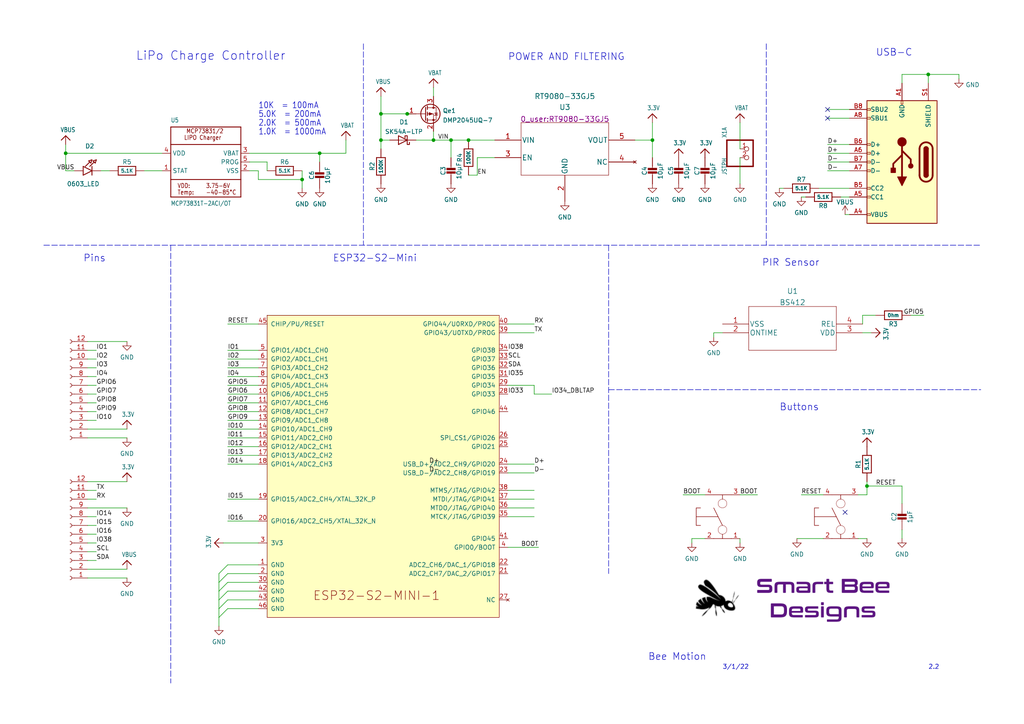
<source format=kicad_sch>
(kicad_sch (version 20211123) (generator eeschema)
  (paper "A4")
  (lib_symbols
    (symbol "0_user:0603_LED" (pin_names (offset 0) hide)
      (property "Reference" "D" (at 1.27 -8.89 0))
      (property "Value" "0603_LED" (at 1.27 0 0))
      (symbol "0603_LED_1_0"
        (polyline (pts (xy 0 -6.35) (xy 2.54 -5.08)) (stroke (width 0.254)))
        (polyline (pts (xy 0 -3.81) (xy 0 -6.35)) (stroke (width 0.254)))
        (polyline (pts (xy 0.635 -3.81) (xy 1.905 -2.54)) (stroke (width 0.254)))
        (polyline (pts (xy 1.5875 -2.2225) (xy 2.2225 -2.8575)) (stroke (width 0.254)))
        (polyline (pts (xy 1.905 -3.81) (xy 3.175 -2.54)) (stroke (width 0.254)))
        (polyline (pts (xy 2.2225 -2.8575) (xy 2.54 -1.905)) (stroke (width 0.254)))
        (polyline (pts (xy 2.54 -5.08) (xy 0 -3.81)) (stroke (width 0.254)))
        (polyline (pts (xy 2.54 -5.08) (xy 2.54 -6.35)) (stroke (width 0.254)))
        (polyline (pts (xy 2.54 -3.81) (xy 2.54 -5.08)) (stroke (width 0.254)))
        (polyline (pts (xy 2.54 -1.905) (xy 1.5875 -2.2225)) (stroke (width 0.254)))
        (polyline (pts (xy 2.8575 -2.2225) (xy 3.4925 -2.8575)) (stroke (width 0.254)))
        (polyline (pts (xy 3.4925 -2.8575) (xy 3.81 -1.905)) (stroke (width 0.254)))
        (polyline (pts (xy 3.81 -1.905) (xy 2.8575 -2.2225)) (stroke (width 0.254)))
        (pin passive line (at -2.54 -5.08 0) (length 2.54) (name "1") (number "1"))
        (pin passive line (at 5.08 -5.08 180) (length 2.54) (name "2") (number "2"))
      )
    )
    (symbol "0_user:BS412" (pin_names (offset 0.254))
      (property "Reference" "U" (at 20.32 10.16 0))
      (property "Value" "BS412" (at 20.32 7.62 0))
      (symbol "BS412_1_1"
        (polyline (pts (xy 7.62 -7.62) (xy 33.02 -7.62)) (stroke (width 0.127)))
        (polyline (pts (xy 7.62 5.08) (xy 7.62 -7.62)) (stroke (width 0.127)))
        (polyline (pts (xy 33.02 -7.62) (xy 33.02 5.08)) (stroke (width 0.127)))
        (polyline (pts (xy 33.02 5.08) (xy 7.62 5.08)) (stroke (width 0.127)))
        (pin unspecified line (at 0 0 0) (length 7.62) (name "VSS") (number "1"))
        (pin unspecified line (at 0 -2.54 0) (length 7.62) (name "ONTIME") (number "2"))
        (pin unspecified line (at 40.64 -2.54 180) (length 7.62) (name "VDD") (number "3"))
        (pin unspecified line (at 40.64 0 180) (length 7.62) (name "REL") (number "4"))
      )
    )
    (symbol "0_user:RT9080-33GJ5" (pin_names (offset 0.254))
      (property "Reference" "U?" (at 20.32 9.5474 0))
      (property "Value" "RT9080-33GJ5" (at 20.32 6.2684 0))
      (property "Footprint" "User:RT9080-33GJ5" (at 20.32 6.096 0))
      (symbol "RT9080-33GJ5_1_1"
        (polyline (pts (xy 7.62 -10.16) (xy 33.02 -10.16)) (stroke (width 0.127)))
        (polyline (pts (xy 7.62 5.08) (xy 7.62 -10.16)) (stroke (width 0.127)))
        (polyline (pts (xy 33.02 -10.16) (xy 33.02 5.08)) (stroke (width 0.127)))
        (polyline (pts (xy 33.02 5.08) (xy 7.62 5.08)) (stroke (width 0.127)))
        (pin power_in line (at 0 0 0) (length 7.62) (name "VIN") (number "1"))
        (pin power_in line (at 20.32 -17.78 90) (length 7.62) (name "GND") (number "2"))
        (pin input line (at 0 -5.08 0) (length 7.62) (name "EN") (number "3"))
        (pin no_connect line (at 40.64 -6.35 180) (length 7.62) (name "NC") (number "4"))
        (pin output line (at 40.64 0 180) (length 7.62) (name "VOUT") (number "5"))
      )
    )
    (symbol "0_user:TSA343g00-250DZ" (pin_names (offset 1.016) hide)
      (property "Reference" "SW" (at 0.635 5.715 0))
      (property "Value" "TSA343g00-250DZ" (at 0 -12.7 0))
      (symbol "TSA343g00-250DZ_0_1"
        (circle (center 0 -7.62) (radius 1.27) (stroke (width 0.075)))
        (polyline (pts (xy -2.54 -10.16) (xy 2.54 -10.16)) (stroke (width 0.1524)))
        (polyline (pts (xy -2.54 2.54) (xy 2.54 2.54)) (stroke (width 0.1524)))
        (polyline (pts (xy 0 -10.16) (xy 0 -8.89)) (stroke (width 0.1524)))
        (polyline (pts (xy 0 -1.27) (xy 2.54 -6.35)) (stroke (width 0.1524)))
        (polyline (pts (xy 0 2.54) (xy 0 1.27)) (stroke (width 0.1524)))
        (polyline (pts (xy 7.62 -3.81) (xy 7.62 -6.35) (xy 6.35 -6.35)) (stroke (width 0.1524)))
        (polyline (pts (xy 1.27 -3.81) (xy 7.62 -3.81) (xy 7.62 -1.27) (xy 6.35 -1.27)) (stroke (width 0.1524)))
        (circle (center 0 0) (radius 1.27) (stroke (width 0.075)))
        (pin passive line (at -5.08 2.54 0) (length 2.54) (name "1") (number "1"))
        (pin passive line (at 5.08 2.54 180) (length 2.54) (name "2") (number "2"))
        (pin passive line (at -5.08 -10.16 0) (length 2.54) (name "K") (number "3"))
        (pin passive line (at 5.08 -10.16 180) (length 2.54) (name "A") (number "4"))
      )
    )
    (symbol "Adafruit Feather ESP32-S2-eagle-import:3.3V" (power)
      (property "Value" "3.3V" (at -1.524 1.016 0))
      (symbol "3.3V_1_0"
        (polyline (pts (xy -1.27 -1.27) (xy 0 0)) (stroke (width 0.254)))
        (polyline (pts (xy 0 0) (xy 1.27 -1.27)) (stroke (width 0.254)))
        (pin power_in line (at 0 -2.54 90) (length 2.54) (name "3.3V") (number "1"))
      )
    )
    (symbol "Adafruit Feather ESP32-S2-eagle-import:CAP_CERAMIC0805-NOOUTLINE"
      (property "Reference" "C" (at -2.29 1.25 90))
      (property "Value" "CAP_CERAMIC0805-NOOUTLINE" (at 2.3 1.25 90))
      (symbol "CAP_CERAMIC0805-NOOUTLINE_1_0"
        (rectangle (start -1.27 0.508) (end 1.27 1.016) (fill (type outline)))
        (rectangle (start -1.27 1.524) (end 1.27 2.032) (fill (type outline)))
        (polyline (pts (xy 0 0.762) (xy 0 0)) (stroke (width 0.1524)))
        (polyline (pts (xy 0 2.54) (xy 0 1.778)) (stroke (width 0.1524)))
        (pin passive line (at 0 5.08 270) (length 2.54) (name "1") (number "1"))
        (pin passive line (at 0 -2.54 90) (length 2.54) (name "2") (number "2"))
      )
    )
    (symbol "Adafruit Feather ESP32-S2-eagle-import:CON_JST_PH_2PIN_MT_BATT"
      (property "Reference" "X" (at 0 5.588 90))
      (property "Value" "CON_JST_PH_2PIN_MT_BATT" (at 1.651 5.588 90))
      (symbol "CON_JST_PH_2PIN_MT_BATT_1_0"
        (polyline (pts (xy -6.35 -2.54) (xy 1.27 -2.54)) (stroke (width 0.4064)))
        (polyline (pts (xy -6.35 5.08) (xy -6.35 -2.54)) (stroke (width 0.4064)))
        (polyline (pts (xy 1.27 -2.54) (xy 1.27 5.08)) (stroke (width 0.4064)))
        (polyline (pts (xy 1.27 5.08) (xy -6.35 5.08)) (stroke (width 0.4064)))
        (pin passive inverted (at -2.54 2.54 0) (length 2.54) (name "1") (number "1"))
        (pin passive inverted (at -2.54 0 0) (length 2.54) (name "2") (number "2"))
      )
      (symbol "CON_JST_PH_2PIN_MT_BATT_2_0"
        (circle (center 0 3.81) (radius 1.27) (stroke (width 0.254)))
        (pin bidirectional line (at 0 0 90) (length 2.54) (name "P$1") (number "NC2"))
      )
      (symbol "CON_JST_PH_2PIN_MT_BATT_3_0"
        (circle (center 0 3.81) (radius 1.27) (stroke (width 0.254)))
        (pin bidirectional line (at 0 0 90) (length 2.54) (name "P$1") (number "NC1"))
      )
    )
    (symbol "Adafruit Feather ESP32-S2-eagle-import:MCP73831{slash}2"
      (property "Reference" "U" (at -10.16 11.43 0))
      (property "Value" "MCP73831{slash}2" (at -10.16 -12.7 0))
      (symbol "MCP73831{slash}2_1_0"
        (polyline (pts (xy -10.16 -5.08) (xy -10.16 -10.16)) (stroke (width 0.254)))
        (polyline (pts (xy -10.16 -5.08) (xy -10.16 5.08)) (stroke (width 0.254)))
        (polyline (pts (xy -10.16 5.08) (xy 10.16 5.08)) (stroke (width 0.254)))
        (polyline (pts (xy -10.16 10.16) (xy -10.16 5.08)) (stroke (width 0.254)))
        (polyline (pts (xy -10.16 10.16) (xy 10.16 10.16)) (stroke (width 0.254)))
        (polyline (pts (xy 10.16 -10.16) (xy -10.16 -10.16)) (stroke (width 0.254)))
        (polyline (pts (xy 10.16 -5.08) (xy -10.16 -5.08)) (stroke (width 0.254)))
        (polyline (pts (xy 10.16 -5.08) (xy 10.16 -10.16)) (stroke (width 0.254)))
        (polyline (pts (xy 10.16 5.08) (xy 10.16 -5.08)) (stroke (width 0.254)))
        (polyline (pts (xy 10.16 10.16) (xy 10.16 5.08)) (stroke (width 0.254)))
        (text "-40-85°C" (at 0 -9.525 0) (effects (font (size 1.27 1.0795)) (justify left bottom)))
        (text "3.75-6V" (at 0 -7.62 0) (effects (font (size 1.27 1.0795)) (justify left bottom)))
        (text "LIPO Charger" (at -6.35 6.35 0) (effects (font (size 1.27 1.0795)) (justify left bottom)))
        (text "MCP73831/2" (at -5.715 8.255 0) (effects (font (size 1.27 1.0795)) (justify left bottom)))
        (text "Temp:" (at -8.255 -9.525 0) (effects (font (size 1.27 1.0795)) (justify left bottom)))
        (text "VDD:" (at -8.255 -7.62 0) (effects (font (size 1.27 1.0795)) (justify left bottom)))
        (pin output line (at -12.7 -2.54 0) (length 2.54) (name "STAT") (number "1"))
        (pin power_in line (at 12.7 -2.54 180) (length 2.54) (name "VSS") (number "2"))
        (pin power_in line (at 12.7 2.54 180) (length 2.54) (name "VBAT") (number "3"))
        (pin power_in line (at -12.7 2.54 0) (length 2.54) (name "VDD") (number "4"))
        (pin input line (at 12.7 0 180) (length 2.54) (name "PROG") (number "5"))
      )
    )
    (symbol "Adafruit Feather ESP32-S2-eagle-import:RESISTOR_0603_NOOUT"
      (property "Reference" "R" (at 0 2.54 0))
      (property "Value" "RESISTOR_0603_NOOUT" (at 0 0 0))
      (symbol "RESISTOR_0603_NOOUT_1_0"
        (polyline (pts (xy -2.54 -1.27) (xy -2.54 1.27)) (stroke (width 0.254)))
        (polyline (pts (xy -2.54 1.27) (xy 2.54 1.27)) (stroke (width 0.254)))
        (polyline (pts (xy 2.54 -1.27) (xy -2.54 -1.27)) (stroke (width 0.254)))
        (polyline (pts (xy 2.54 1.27) (xy 2.54 -1.27)) (stroke (width 0.254)))
        (pin passive line (at -5.08 0 0) (length 2.54) (name "1") (number "1"))
        (pin passive line (at 5.08 0 180) (length 2.54) (name "2") (number "2"))
      )
    )
    (symbol "Adafruit Feather ESP32-S2-eagle-import:VBAT" (power)
      (property "Value" "VBAT" (at -1.524 1.016 0))
      (symbol "VBAT_1_0"
        (polyline (pts (xy -1.27 -1.27) (xy 0 0)) (stroke (width 0.254)))
        (polyline (pts (xy 0 0) (xy 1.27 -1.27)) (stroke (width 0.254)))
        (pin power_in line (at 0 -2.54 90) (length 2.54) (name "VBAT") (number "1"))
      )
    )
    (symbol "Adafruit Feather ESP32-S2-eagle-import:VBUS" (power)
      (property "Value" "VBUS" (at -1.524 1.016 0))
      (symbol "VBUS_1_0"
        (polyline (pts (xy -1.27 -1.27) (xy 0 0)) (stroke (width 0.254)))
        (polyline (pts (xy 0 0) (xy 1.27 -1.27)) (stroke (width 0.254)))
        (pin power_in line (at 0 -2.54 90) (length 2.54) (name "VBUS") (number "1"))
      )
    )
    (symbol "Connector:Conn_01x12_Female" (pin_names (offset 1.016) hide)
      (property "Reference" "J" (at 0 15.24 0))
      (property "Value" "Conn_01x12_Female" (at 0 -17.78 0))
      (symbol "Conn_01x12_Female_1_1"
        (arc (start 0 -14.732) (mid -0.508 -15.24) (end 0 -15.748) (stroke (width 0.1524)))
        (arc (start 0 -12.192) (mid -0.508 -12.7) (end 0 -13.208) (stroke (width 0.1524)))
        (arc (start 0 -9.652) (mid -0.508 -10.16) (end 0 -10.668) (stroke (width 0.1524)))
        (arc (start 0 -7.112) (mid -0.508 -7.62) (end 0 -8.128) (stroke (width 0.1524)))
        (arc (start 0 -4.572) (mid -0.508 -5.08) (end 0 -5.588) (stroke (width 0.1524)))
        (arc (start 0 -2.032) (mid -0.508 -2.54) (end 0 -3.048) (stroke (width 0.1524)))
        (polyline (pts (xy -1.27 -15.24) (xy -0.508 -15.24)) (stroke (width 0.1524)))
        (polyline (pts (xy -1.27 -12.7) (xy -0.508 -12.7)) (stroke (width 0.1524)))
        (polyline (pts (xy -1.27 -10.16) (xy -0.508 -10.16)) (stroke (width 0.1524)))
        (polyline (pts (xy -1.27 -7.62) (xy -0.508 -7.62)) (stroke (width 0.1524)))
        (polyline (pts (xy -1.27 -5.08) (xy -0.508 -5.08)) (stroke (width 0.1524)))
        (polyline (pts (xy -1.27 -2.54) (xy -0.508 -2.54)) (stroke (width 0.1524)))
        (polyline (pts (xy -1.27 0) (xy -0.508 0)) (stroke (width 0.1524)))
        (polyline (pts (xy -1.27 2.54) (xy -0.508 2.54)) (stroke (width 0.1524)))
        (polyline (pts (xy -1.27 5.08) (xy -0.508 5.08)) (stroke (width 0.1524)))
        (polyline (pts (xy -1.27 7.62) (xy -0.508 7.62)) (stroke (width 0.1524)))
        (polyline (pts (xy -1.27 10.16) (xy -0.508 10.16)) (stroke (width 0.1524)))
        (polyline (pts (xy -1.27 12.7) (xy -0.508 12.7)) (stroke (width 0.1524)))
        (arc (start 0 0.508) (mid -0.508 0) (end 0 -0.508) (stroke (width 0.1524)))
        (arc (start 0 3.048) (mid -0.508 2.54) (end 0 2.032) (stroke (width 0.1524)))
        (arc (start 0 5.588) (mid -0.508 5.08) (end 0 4.572) (stroke (width 0.1524)))
        (arc (start 0 8.128) (mid -0.508 7.62) (end 0 7.112) (stroke (width 0.1524)))
        (arc (start 0 10.668) (mid -0.508 10.16) (end 0 9.652) (stroke (width 0.1524)))
        (arc (start 0 13.208) (mid -0.508 12.7) (end 0 12.192) (stroke (width 0.1524)))
        (pin passive line (at -5.08 12.7 0) (length 3.81) (name "Pin_1") (number "1"))
        (pin passive line (at -5.08 -10.16 0) (length 3.81) (name "Pin_10") (number "10"))
        (pin passive line (at -5.08 -12.7 0) (length 3.81) (name "Pin_11") (number "11"))
        (pin passive line (at -5.08 -15.24 0) (length 3.81) (name "Pin_12") (number "12"))
        (pin passive line (at -5.08 10.16 0) (length 3.81) (name "Pin_2") (number "2"))
        (pin passive line (at -5.08 7.62 0) (length 3.81) (name "Pin_3") (number "3"))
        (pin passive line (at -5.08 5.08 0) (length 3.81) (name "Pin_4") (number "4"))
        (pin passive line (at -5.08 2.54 0) (length 3.81) (name "Pin_5") (number "5"))
        (pin passive line (at -5.08 0 0) (length 3.81) (name "Pin_6") (number "6"))
        (pin passive line (at -5.08 -2.54 0) (length 3.81) (name "Pin_7") (number "7"))
        (pin passive line (at -5.08 -5.08 0) (length 3.81) (name "Pin_8") (number "8"))
        (pin passive line (at -5.08 -7.62 0) (length 3.81) (name "Pin_9") (number "9"))
      )
    )
    (symbol "Connector:USB_C_Receptacle_USB2.0" (pin_names (offset 1.016))
      (property "Reference" "J" (at -10.16 19.05 0))
      (property "Value" "USB_C_Receptacle_USB2.0" (at 19.05 19.05 0))
      (symbol "USB_C_Receptacle_USB2.0_0_0"
        (rectangle (start -0.254 -17.78) (end 0.254 -16.764))
        (rectangle (start 10.16 -14.986) (end 9.144 -15.494))
        (rectangle (start 10.16 -12.446) (end 9.144 -12.954))
        (rectangle (start 10.16 -4.826) (end 9.144 -5.334))
        (rectangle (start 10.16 -2.286) (end 9.144 -2.794))
        (rectangle (start 10.16 0.254) (end 9.144 -0.254))
        (rectangle (start 10.16 2.794) (end 9.144 2.286))
        (rectangle (start 10.16 7.874) (end 9.144 7.366))
        (rectangle (start 10.16 10.414) (end 9.144 9.906))
        (rectangle (start 10.16 15.494) (end 9.144 14.986))
      )
      (symbol "USB_C_Receptacle_USB2.0_0_1"
        (rectangle (start -10.16 17.78) (end 10.16 -17.78) (stroke (width 0.254)) (fill (type background)))
        (arc (start -8.89 -3.81) (mid -6.985 -5.715) (end -5.08 -3.81) (stroke (width 0.508)))
        (arc (start -7.62 -3.81) (mid -6.985 -4.445) (end -6.35 -3.81) (stroke (width 0.254)))
        (arc (start -7.62 -3.81) (mid -6.985 -4.445) (end -6.35 -3.81) (stroke (width 0.254)) (fill (type outline)))
        (rectangle (start -7.62 -3.81) (end -6.35 3.81) (stroke (width 0.254)) (fill (type outline)))
        (arc (start -6.35 3.81) (mid -6.985 4.445) (end -7.62 3.81) (stroke (width 0.254)))
        (arc (start -6.35 3.81) (mid -6.985 4.445) (end -7.62 3.81) (stroke (width 0.254)) (fill (type outline)))
        (arc (start -5.08 3.81) (mid -6.985 5.715) (end -8.89 3.81) (stroke (width 0.508)))
        (circle (center -2.54 1.143) (radius 0.635) (stroke (width 0.254)) (fill (type outline)))
        (circle (center 0 -5.842) (radius 1.27) (fill (type outline)))
        (polyline (pts (xy -8.89 -3.81) (xy -8.89 3.81)) (stroke (width 0.508)))
        (polyline (pts (xy -5.08 3.81) (xy -5.08 -3.81)) (stroke (width 0.508)))
        (polyline (pts (xy 0 -5.842) (xy 0 4.318)) (stroke (width 0.508)))
        (polyline (pts (xy 0 -3.302) (xy -2.54 -0.762) (xy -2.54 0.508)) (stroke (width 0.508)))
        (polyline (pts (xy 0 -2.032) (xy 2.54 0.508) (xy 2.54 1.778)) (stroke (width 0.508)))
        (polyline (pts (xy -1.27 4.318) (xy 0 6.858) (xy 1.27 4.318) (xy -1.27 4.318)) (stroke (width 0.254)) (fill (type outline)))
        (rectangle (start 1.905 1.778) (end 3.175 3.048) (stroke (width 0.254)) (fill (type outline)))
      )
      (symbol "USB_C_Receptacle_USB2.0_1_1"
        (pin passive line (at 0 -22.86 90) (length 5.08) (name "GND") (number "A1"))
        (pin passive line (at 0 -22.86 90) (length 5.08) hide (name "GND") (number "A12"))
        (pin passive line (at 15.24 15.24 180) (length 5.08) (name "VBUS") (number "A4"))
        (pin bidirectional line (at 15.24 10.16 180) (length 5.08) (name "CC1") (number "A5"))
        (pin bidirectional line (at 15.24 -2.54 180) (length 5.08) (name "D+") (number "A6"))
        (pin bidirectional line (at 15.24 2.54 180) (length 5.08) (name "D-") (number "A7"))
        (pin bidirectional line (at 15.24 -12.7 180) (length 5.08) (name "SBU1") (number "A8"))
        (pin passive line (at 15.24 15.24 180) (length 5.08) hide (name "VBUS") (number "A9"))
        (pin passive line (at 0 -22.86 90) (length 5.08) hide (name "GND") (number "B1"))
        (pin passive line (at 0 -22.86 90) (length 5.08) hide (name "GND") (number "B12"))
        (pin passive line (at 15.24 15.24 180) (length 5.08) hide (name "VBUS") (number "B4"))
        (pin bidirectional line (at 15.24 7.62 180) (length 5.08) (name "CC2") (number "B5"))
        (pin bidirectional line (at 15.24 -5.08 180) (length 5.08) (name "D+") (number "B6"))
        (pin bidirectional line (at 15.24 0 180) (length 5.08) (name "D-") (number "B7"))
        (pin bidirectional line (at 15.24 -15.24 180) (length 5.08) (name "SBU2") (number "B8"))
        (pin passive line (at 15.24 15.24 180) (length 5.08) hide (name "VBUS") (number "B9"))
        (pin passive line (at -7.62 -22.86 90) (length 5.08) (name "SHIELD") (number "S1"))
      )
    )
    (symbol "Device:D_Schottky" (pin_numbers hide) (pin_names (offset 1.016) hide)
      (property "Reference" "D" (at 0 2.54 0))
      (property "Value" "D_Schottky" (at 0 -2.54 0))
      (symbol "D_Schottky_0_1"
        (polyline (pts (xy 1.27 0) (xy -1.27 0)))
        (polyline (pts (xy 1.27 1.27) (xy 1.27 -1.27) (xy -1.27 0) (xy 1.27 1.27)) (stroke (width 0.254)))
        (polyline (pts (xy -1.905 0.635) (xy -1.905 1.27) (xy -1.27 1.27) (xy -1.27 -1.27) (xy -0.635 -1.27) (xy -0.635 -0.635)) (stroke (width 0.254)))
      )
      (symbol "D_Schottky_1_1"
        (pin passive line (at -3.81 0 0) (length 2.54) (name "K") (number "1"))
        (pin passive line (at 3.81 0 180) (length 2.54) (name "A") (number "2"))
      )
    )
    (symbol "Espressif:ESP32-S2-MINI-1" (pin_names (offset 1.016))
      (property "Reference" "U" (at 0 46.99 0))
      (property "Value" "ESP32-S2-MINI-1" (at 0 -43.18 0))
      (symbol "ESP32-S2-MINI-1_0_0"
        (pin power_in line (at -35.56 -36.83 0) (length 2.54) (name "GND") (number "43"))
        (pin input line (at 36.83 17.78 180) (length 2.54) (name "GPIO46") (number "44"))
        (pin bidirectional line (at -35.56 43.18 0) (length 2.54) (name "CHIP/PU/RESET") (number "45"))
        (pin power_in line (at -35.56 -39.37 0) (length 2.54) (name "GND") (number "46"))
      )
      (symbol "ESP32-S2-MINI-1_1_1"
        (rectangle (start -33.02 -41.91) (end 34.29 45.72) (fill (type background)))
        (text "ESP32-S2-MINI-1" (at -1.27 -35.56 0) (effects (font (size 2.54 2.54))))
        (pin power_in line (at -35.56 -26.67 0) (length 2.54) (name "GND") (number "1"))
        (pin bidirectional line (at -35.56 22.86 0) (length 2.54) (name "GPIO6/ADC1_CH5") (number "10"))
        (pin bidirectional line (at -35.56 20.32 0) (length 2.54) (name "GPIO7/ADC1_CH6") (number "11"))
        (pin bidirectional line (at -35.56 17.78 0) (length 2.54) (name "GPIO8/ADC1_CH7") (number "12"))
        (pin bidirectional line (at -35.56 15.24 0) (length 2.54) (name "GPIO9/ADC1_CH8") (number "13"))
        (pin bidirectional line (at -35.56 12.7 0) (length 2.54) (name "GPIO10/ADC1_CH9") (number "14"))
        (pin bidirectional line (at -35.56 10.16 0) (length 2.54) (name "GPIO11/ADC2_CH0") (number "15"))
        (pin bidirectional line (at -35.56 7.62 0) (length 2.54) (name "GPIO12/ADC2_CH1") (number "16"))
        (pin bidirectional line (at -35.56 5.08 0) (length 2.54) (name "GPIO13/ADC2_CH2") (number "17"))
        (pin bidirectional line (at -35.56 2.54 0) (length 2.54) (name "GPIO14/ADC2_CH3") (number "18"))
        (pin bidirectional line (at -35.56 -7.62 0) (length 2.54) (name "GPIO15/ADC2_CH4/XTAL_32K_P") (number "19"))
        (pin power_in line (at -35.56 -29.21 0) (length 2.54) (name "GND") (number "2"))
        (pin bidirectional line (at -35.56 -13.97 0) (length 2.54) (name "GPIO16/ADC2_CH5/XTAL_32K_N") (number "20"))
        (pin bidirectional line (at 36.83 -29.21 180) (length 2.54) (name "ADC2_CH7/DAC_2/GPIO17") (number "21"))
        (pin bidirectional line (at 36.83 -26.67 180) (length 2.54) (name "ADC2_CH6/DAC_1/GPIO18") (number "22"))
        (pin bidirectional line (at 36.83 0 180) (length 2.54) (name "USB_D-/ADC2_CH8/GPIO19") (number "23"))
        (pin bidirectional line (at 36.83 2.54 180) (length 2.54) (name "USB_D+/ADC2_CH9/GPIO20") (number "24"))
        (pin bidirectional line (at 36.83 7.62 180) (length 2.54) (name "GPIO21") (number "25"))
        (pin bidirectional line (at 36.83 10.16 180) (length 2.54) (name "SPI_CS1/GPIO26") (number "26"))
        (pin no_connect line (at 36.83 -36.83 180) (length 2.54) (name "NC") (number "27"))
        (pin bidirectional line (at 36.83 22.86 180) (length 2.54) (name "GPIO33") (number "28"))
        (pin bidirectional line (at 36.83 25.4 180) (length 2.54) (name "GPIO34") (number "29"))
        (pin power_in line (at -35.56 -20.32 0) (length 2.54) (name "3V3") (number "3"))
        (pin power_in line (at -35.56 -31.75 0) (length 2.54) (name "GND") (number "30"))
        (pin bidirectional line (at 36.83 27.94 180) (length 2.54) (name "GPIO35") (number "31"))
        (pin bidirectional line (at 36.83 30.48 180) (length 2.54) (name "GPIO36") (number "32"))
        (pin bidirectional line (at 36.83 33.02 180) (length 2.54) (name "GPIO37") (number "33"))
        (pin bidirectional line (at 36.83 35.56 180) (length 2.54) (name "GPIO38") (number "34"))
        (pin bidirectional line (at 36.83 -12.7 180) (length 2.54) (name "MTCK/JTAG/GPIO39") (number "35"))
        (pin bidirectional line (at 36.83 -10.16 180) (length 2.54) (name "MTDO/JTAG/GPIO40") (number "36"))
        (pin bidirectional line (at 36.83 -7.62 180) (length 2.54) (name "MTDI/JTAG/GPIO41") (number "37"))
        (pin bidirectional line (at 36.83 -5.08 180) (length 2.54) (name "MTMS/JTAG/GPIO42") (number "38"))
        (pin bidirectional line (at 36.83 40.64 180) (length 2.54) (name "GPIO43/U0TXD/PROG") (number "39"))
        (pin bidirectional line (at 36.83 -21.59 180) (length 2.54) (name "GPIO0/BOOT") (number "4"))
        (pin bidirectional line (at 36.83 43.18 180) (length 2.54) (name "GPIO44/U0RXD/PROG") (number "40"))
        (pin bidirectional line (at 36.83 -19.05 180) (length 2.54) (name "GPIO45") (number "41"))
        (pin power_in line (at -35.56 -34.29 0) (length 2.54) (name "GND") (number "42"))
        (pin bidirectional line (at -35.56 35.56 0) (length 2.54) (name "GPIO1/ADC1_CH0") (number "5"))
        (pin bidirectional line (at -35.56 33.02 0) (length 2.54) (name "GPIO2/ADC1_CH1") (number "6"))
        (pin bidirectional line (at -35.56 30.48 0) (length 2.54) (name "GPIO3/ADC1_CH2") (number "7"))
        (pin bidirectional line (at -35.56 27.94 0) (length 2.54) (name "GPIO4/ADC1_CH3") (number "8"))
        (pin bidirectional line (at -35.56 25.4 0) (length 2.54) (name "GPIO5/ADC1_CH4") (number "9"))
      )
    )
    (symbol "Transistor_FET:BSS83P" (pin_names hide)
      (property "Reference" "Q" (at 5.08 1.905 0))
      (property "Value" "BSS83P" (at 5.08 0 0))
      (symbol "BSS83P_0_1"
        (polyline (pts (xy 0.254 0) (xy -2.54 0)))
        (polyline (pts (xy 0.254 1.905) (xy 0.254 -1.905)) (stroke (width 0.254)))
        (polyline (pts (xy 0.762 -1.27) (xy 0.762 -2.286)) (stroke (width 0.254)))
        (polyline (pts (xy 0.762 0.508) (xy 0.762 -0.508)) (stroke (width 0.254)))
        (polyline (pts (xy 0.762 2.286) (xy 0.762 1.27)) (stroke (width 0.254)))
        (polyline (pts (xy 2.54 2.54) (xy 2.54 1.778)))
        (polyline (pts (xy 2.54 -2.54) (xy 2.54 0) (xy 0.762 0)))
        (polyline (pts (xy 0.762 1.778) (xy 3.302 1.778) (xy 3.302 -1.778) (xy 0.762 -1.778)))
        (polyline (pts (xy 2.286 0) (xy 1.27 0.381) (xy 1.27 -0.381) (xy 2.286 0)) (fill (type outline)))
        (polyline (pts (xy 2.794 -0.508) (xy 2.921 -0.381) (xy 3.683 -0.381) (xy 3.81 -0.254)))
        (polyline (pts (xy 3.302 -0.381) (xy 2.921 0.254) (xy 3.683 0.254) (xy 3.302 -0.381)))
        (circle (center 1.651 0) (radius 2.794) (stroke (width 0.254)))
        (circle (center 2.54 -1.778) (radius 0.254) (fill (type outline)))
        (circle (center 2.54 1.778) (radius 0.254) (fill (type outline)))
      )
      (symbol "BSS83P_1_1"
        (pin input line (at -5.08 0 0) (length 2.54) (name "G") (number "1"))
        (pin passive line (at 2.54 -5.08 90) (length 2.54) (name "S") (number "2"))
        (pin passive line (at 2.54 5.08 270) (length 2.54) (name "D") (number "3"))
      )
    )
    (symbol "power:GND" (power) (pin_names (offset 0))
      (property "Value" "GND" (at 0 -3.81 0))
      (symbol "GND_0_1"
        (polyline (pts (xy 0 0) (xy 0 -1.27) (xy 1.27 -1.27) (xy 0 -2.54) (xy -1.27 -1.27) (xy 0 -1.27)))
      )
      (symbol "GND_1_1"
        (pin power_in line (at 0 0 270) (length 0) hide (name "GND") (number "1"))
      )
    )
    (symbol "power:VBUS" (power) (pin_names (offset 0))
      (property "Value" "VBUS" (at 0 3.81 0))
      (symbol "VBUS_0_1"
        (polyline (pts (xy -0.762 1.27) (xy 0 2.54)))
        (polyline (pts (xy 0 0) (xy 0 2.54)))
        (polyline (pts (xy 0 2.54) (xy 0.762 1.27)))
      )
      (symbol "VBUS_1_1"
        (pin power_in line (at 0 0 90) (length 0) hide (name "VBUS") (number "1"))
      )
    )
  )
  (junction (at 110.49 33.02))
  (junction (at 118.11 33.02))
  (junction (at 19.05 44.45))
  (junction (at 130.81 40.64))
  (junction (at 125.73 40.64))
  (junction (at 189.23 40.64))
  (junction (at 110.49 40.64))
  (junction (at 87.63 52.07))
  (junction (at 269.24 21.59))
  (junction (at 92.71 44.45))
  (junction (at 135.89 40.64))
  (junction (at 251.46 140.97))
  (no_connect (at 240.03 34.29))
  (no_connect (at 240.03 31.75))
  (no_connect (at 245.11 148.59))
  (bus_entry (at 63.5 168.91) (size 2.54 -2.54))
  (bus_entry (at 63.5 176.53) (size 2.54 -2.54))
  (bus_entry (at 63.5 166.37) (size 2.54 -2.54))
  (bus_entry (at 63.5 173.99) (size 2.54 -2.54))
  (bus_entry (at 63.5 171.45) (size 2.54 -2.54))
  (bus_entry (at 63.5 179.07) (size 2.54 -2.54))
  (wire (pts (xy 135.89 40.64) (xy 143.51 40.64)))
  (wire (pts (xy 110.49 33.02) (xy 118.11 33.02)))
  (wire (pts (xy 147.32 149.86) (xy 154.94 149.86)))
  (wire (pts (xy 19.05 44.45) (xy 46.99 44.45)))
  (wire (pts (xy 66.04 163.83) (xy 74.93 163.83)))
  (wire (pts (xy 25.4 144.78) (xy 27.94 144.78)))
  (wire (pts (xy 147.32 111.76) (xy 154.94 111.76)))
  (wire (pts (xy 66.04 134.62) (xy 74.93 134.62)))
  (wire (pts (xy 110.49 27.94) (xy 110.49 33.02)))
  (wire (pts (xy 214.63 143.51) (xy 219.71 143.51)))
  (wire (pts (xy 66.04 129.54) (xy 74.93 129.54)))
  (wire (pts (xy 66.04 168.91) (xy 74.93 168.91)))
  (wire (pts (xy 246.38 62.23) (xy 245.11 62.23)))
  (wire (pts (xy 25.4 116.84) (xy 27.94 116.84)))
  (wire (pts (xy 147.32 137.16) (xy 154.94 137.16)))
  (wire (pts (xy 246.38 44.45) (xy 240.03 44.45)))
  (wire (pts (xy 233.68 57.15) (xy 232.41 57.15)))
  (wire (pts (xy 248.92 156.21) (xy 251.46 156.21)))
  (wire (pts (xy 227.33 54.61) (xy 226.06 54.61)))
  (wire (pts (xy 269.24 24.13) (xy 269.24 21.59)))
  (wire (pts (xy 66.04 176.53) (xy 74.93 176.53)))
  (wire (pts (xy 184.15 40.64) (xy 189.23 40.64)))
  (wire (pts (xy 66.04 93.98) (xy 74.93 93.98)))
  (wire (pts (xy 246.38 41.91) (xy 240.03 41.91)))
  (wire (pts (xy 87.63 49.53) (xy 87.63 52.07)))
  (wire (pts (xy 125.73 38.1) (xy 125.73 40.64)))
  (wire (pts (xy 214.63 35.56) (xy 214.63 43.18)))
  (wire (pts (xy 21.59 49.53) (xy 19.05 49.53)))
  (wire (pts (xy 147.32 147.32) (xy 154.94 147.32)))
  (wire (pts (xy 147.32 96.52) (xy 154.94 96.52)))
  (wire (pts (xy 29.21 49.53) (xy 31.75 49.53)))
  (wire (pts (xy 25.4 106.68) (xy 27.94 106.68)))
  (wire (pts (xy 66.04 109.22) (xy 74.93 109.22)))
  (wire (pts (xy 66.04 106.68) (xy 74.93 106.68)))
  (wire (pts (xy 66.04 166.37) (xy 74.93 166.37)))
  (wire (pts (xy 147.32 144.78) (xy 154.94 144.78)))
  (wire (pts (xy 19.05 41.91) (xy 19.05 44.45)))
  (wire (pts (xy 261.62 146.05) (xy 261.62 140.97)))
  (wire (pts (xy 189.23 45.72) (xy 189.23 40.64)))
  (wire (pts (xy 251.46 140.97) (xy 261.62 140.97)))
  (wire (pts (xy 66.04 114.3) (xy 74.93 114.3)))
  (wire (pts (xy 130.81 40.64) (xy 135.89 40.64)))
  (wire (pts (xy 147.32 142.24) (xy 154.94 142.24)))
  (wire (pts (xy 113.03 40.64) (xy 110.49 40.64)))
  (wire (pts (xy 130.81 40.64) (xy 130.81 45.72)))
  (wire (pts (xy 261.62 156.21) (xy 261.62 153.67)))
  (wire (pts (xy 252.73 96.52) (xy 250.19 96.52)))
  (wire (pts (xy 66.04 121.92) (xy 74.93 121.92)))
  (polyline (pts (xy 105.41 12.7) (xy 105.41 71.12)))
  (wire (pts (xy 66.04 124.46) (xy 74.93 124.46)))
  (wire (pts (xy 66.04 144.78) (xy 74.93 144.78)))
  (wire (pts (xy 110.49 33.02) (xy 110.49 40.64)))
  (wire (pts (xy 25.4 152.4) (xy 27.94 152.4)))
  (wire (pts (xy 25.4 104.14) (xy 27.94 104.14)))
  (wire (pts (xy 154.94 111.76) (xy 154.94 114.3)))
  (wire (pts (xy 138.43 45.72) (xy 143.51 45.72)))
  (wire (pts (xy 92.71 44.45) (xy 100.33 44.45)))
  (wire (pts (xy 25.4 147.32) (xy 36.83 147.32)))
  (wire (pts (xy 72.39 49.53) (xy 74.93 49.53)))
  (wire (pts (xy 25.4 139.7) (xy 36.83 139.7)))
  (wire (pts (xy 41.91 49.53) (xy 46.99 49.53)))
  (wire (pts (xy 200.66 156.21) (xy 200.66 157.48)))
  (wire (pts (xy 63.5 171.45) (xy 63.5 173.99)))
  (wire (pts (xy 63.5 168.91) (xy 63.5 171.45)))
  (wire (pts (xy 125.73 40.64) (xy 130.81 40.64)))
  (wire (pts (xy 118.11 33.02) (xy 119.38 33.02)))
  (wire (pts (xy 66.04 119.38) (xy 74.93 119.38)))
  (wire (pts (xy 19.05 49.53) (xy 19.05 44.45)))
  (wire (pts (xy 25.4 157.48) (xy 27.94 157.48)))
  (polyline (pts (xy 176.53 113.03) (xy 284.48 113.03)))
  (wire (pts (xy 232.41 143.51) (xy 238.76 143.51)))
  (wire (pts (xy 209.55 96.52) (xy 207.01 96.52)))
  (wire (pts (xy 261.62 24.13) (xy 261.62 21.59)))
  (wire (pts (xy 237.49 54.61) (xy 246.38 54.61)))
  (wire (pts (xy 246.38 49.53) (xy 240.03 49.53)))
  (wire (pts (xy 269.24 21.59) (xy 261.62 21.59)))
  (wire (pts (xy 147.32 158.75) (xy 156.21 158.75)))
  (wire (pts (xy 77.47 46.99) (xy 77.47 49.53)))
  (wire (pts (xy 246.38 34.29) (xy 240.03 34.29)))
  (wire (pts (xy 278.13 21.59) (xy 278.13 22.86)))
  (wire (pts (xy 25.4 99.06) (xy 36.83 99.06)))
  (polyline (pts (xy 12.7 71.12) (xy 284.48 71.12)))
  (wire (pts (xy 66.04 101.6) (xy 74.93 101.6)))
  (wire (pts (xy 72.39 44.45) (xy 92.71 44.45)))
  (wire (pts (xy 25.4 109.22) (xy 27.94 109.22)))
  (wire (pts (xy 63.5 179.07) (xy 63.5 181.61)))
  (wire (pts (xy 72.39 46.99) (xy 77.47 46.99)))
  (wire (pts (xy 125.73 25.4) (xy 125.73 27.94)))
  (polyline (pts (xy 176.53 71.12) (xy 176.53 166.37)))
  (wire (pts (xy 66.04 151.13) (xy 74.93 151.13)))
  (wire (pts (xy 269.24 21.59) (xy 278.13 21.59)))
  (wire (pts (xy 251.46 140.97) (xy 251.46 143.51)))
  (wire (pts (xy 214.63 156.21) (xy 214.63 157.48)))
  (wire (pts (xy 246.38 31.75) (xy 240.03 31.75)))
  (wire (pts (xy 25.4 124.46) (xy 36.83 124.46)))
  (wire (pts (xy 25.4 119.38) (xy 27.94 119.38)))
  (wire (pts (xy 110.49 43.18) (xy 110.49 40.64)))
  (polyline (pts (xy 49.53 71.12) (xy 49.53 198.12)))
  (wire (pts (xy 214.63 53.34) (xy 214.63 45.72)))
  (wire (pts (xy 66.04 127) (xy 74.93 127)))
  (wire (pts (xy 63.5 176.53) (xy 63.5 179.07)))
  (wire (pts (xy 66.04 104.14) (xy 74.93 104.14)))
  (wire (pts (xy 25.4 121.92) (xy 27.94 121.92)))
  (wire (pts (xy 66.04 173.99) (xy 74.93 173.99)))
  (wire (pts (xy 25.4 127) (xy 36.83 127)))
  (wire (pts (xy 25.4 149.86) (xy 27.94 149.86)))
  (wire (pts (xy 66.04 116.84) (xy 74.93 116.84)))
  (wire (pts (xy 92.71 46.99) (xy 92.71 44.45)))
  (wire (pts (xy 251.46 143.51) (xy 248.92 143.51)))
  (wire (pts (xy 231.14 156.21) (xy 238.76 156.21)))
  (wire (pts (xy 120.65 40.64) (xy 125.73 40.64)))
  (wire (pts (xy 189.23 40.64) (xy 189.23 35.56)))
  (wire (pts (xy 64.77 157.48) (xy 74.93 157.48)))
  (wire (pts (xy 74.93 52.07) (xy 87.63 52.07)))
  (wire (pts (xy 138.43 50.8) (xy 138.43 45.72)))
  (wire (pts (xy 100.33 40.64) (xy 100.33 44.45)))
  (wire (pts (xy 147.32 93.98) (xy 154.94 93.98)))
  (wire (pts (xy 250.19 93.98) (xy 250.19 91.44)))
  (wire (pts (xy 63.5 166.37) (xy 63.5 168.91)))
  (wire (pts (xy 25.4 114.3) (xy 27.94 114.3)))
  (polyline (pts (xy 222.25 12.7) (xy 222.25 71.12)))
  (wire (pts (xy 25.4 142.24) (xy 27.94 142.24)))
  (wire (pts (xy 198.12 143.51) (xy 204.47 143.51)))
  (wire (pts (xy 264.16 91.44) (xy 267.97 91.44)))
  (wire (pts (xy 87.63 52.07) (xy 87.63 54.61)))
  (wire (pts (xy 25.4 165.1) (xy 36.83 165.1)))
  (wire (pts (xy 63.5 173.99) (xy 63.5 176.53)))
  (wire (pts (xy 207.01 96.52) (xy 207.01 97.79)))
  (wire (pts (xy 25.4 154.94) (xy 27.94 154.94)))
  (wire (pts (xy 25.4 167.64) (xy 36.83 167.64)))
  (wire (pts (xy 25.4 111.76) (xy 27.94 111.76)))
  (wire (pts (xy 251.46 139.7) (xy 251.46 140.97)))
  (wire (pts (xy 243.84 57.15) (xy 246.38 57.15)))
  (wire (pts (xy 135.89 50.8) (xy 138.43 50.8)))
  (wire (pts (xy 25.4 160.02) (xy 27.94 160.02)))
  (wire (pts (xy 66.04 111.76) (xy 74.93 111.76)))
  (wire (pts (xy 250.19 91.44) (xy 254 91.44)))
  (wire (pts (xy 246.38 46.99) (xy 240.03 46.99)))
  (wire (pts (xy 66.04 171.45) (xy 74.93 171.45)))
  (wire (pts (xy 154.94 114.3) (xy 160.02 114.3)))
  (wire (pts (xy 25.4 101.6) (xy 27.94 101.6)))
  (wire (pts (xy 66.04 132.08) (xy 74.93 132.08)))
  (wire (pts (xy 25.4 162.56) (xy 27.94 162.56)))
  (wire (pts (xy 200.66 156.21) (xy 204.47 156.21)))
  (wire (pts (xy 74.93 49.53) (xy 74.93 52.07)))
  (wire (pts (xy 147.32 134.62) (xy 154.94 134.62)))
  (image (at 231.14 173.99))
  (text "5.0K  = 200mA" (at 74.93 34.29 180) (effects (font (size 1.778 1.5113)) (justify left bottom)))
  (text "10K  = 100mA" (at 74.93 31.75 180) (effects (font (size 1.778 1.5113)) (justify left bottom)))
  (text "ESP32-S2-Mini " (at 96.52 76.2 180) (effects (font (size 2 2)) (justify left bottom)))
  (text "Bee Motion" (at 187.96 191.77 0) (effects (font (size 2 2)) (justify left bottom)))
  (text "2.0K  = 500mA" (at 74.93 36.83 180) (effects (font (size 1.778 1.5113)) (justify left bottom)))
  (text "Buttons" (at 226.06 119.38 180) (effects (font (size 2 2)) (justify left bottom)))
  (text "3/1/22" (at 209.55 194.31 0) (effects (font (size 1.27 1.27)) (justify left bottom)))
  (text "USB-C" (at 254 16.51 180) (effects (font (size 2 2)) (justify left bottom)))
  (text "PIR Sensor" (at 220.98 77.47 180) (effects (font (size 2 2)) (justify left bottom)))
  (text "Pins" (at 24.13 76.2 180) (effects (font (size 2 2)) (justify left bottom)))
  (text "POWER AND FILTERING" (at 147.32 17.78 180) (effects (font (size 2 2)) (justify left bottom)))
  (text "1.0K  = 1000mA" (at 74.93 39.37 180) (effects (font (size 1.778 1.5113)) (justify left bottom)))
  (text "2.2" (at 269.24 194.31 0) (effects (font (size 1.27 1.27)) (justify left bottom)))
  (text "LiPo Charge Controller" (at 39.37 17.78 180) (effects (font (size 2.5 2.5)) (justify left bottom)))
  (label "IO12" (at 66.04 129.54 0))
  (label "GPIO6" (at 66.04 114.3 0))
  (label "TX" (at 27.94 142.24 0))
  (label "D+" (at 154.94 134.62 0))
  (label "IO10" (at 66.04 124.46 0))
  (label "EN" (at 138.43 50.8 0) (effects (font (size 1.2446 1.2446))))
  (label "IO2" (at 66.04 104.14 0))
  (label "IO11" (at 66.04 127 0))
  (label "RESET" (at 66.04 93.98 0))
  (label "GPIO5" (at 267.97 91.44 180))
  (label "BOOT" (at 198.12 143.51 0))
  (label "GPIO7" (at 66.04 116.84 0))
  (label "GPIO8" (at 27.94 116.84 0))
  (label "IO33" (at 147.32 114.3 0))
  (label "IO10" (at 27.94 121.92 0))
  (label "D-" (at 124.46 137.16 0))
  (label "IO4" (at 27.94 109.22 0))
  (label "SCL" (at 147.32 104.14 0))
  (label "IO14" (at 66.04 134.62 0))
  (label "RESET" (at 232.41 143.51 0) (effects (font (size 1.2446 1.2446))))
  (label "IO35" (at 147.32 109.22 0))
  (label "BOOT" (at 219.71 143.51 180))
  (label "GPIO8" (at 66.04 119.38 0))
  (label "GPIO9" (at 27.94 119.38 0))
  (label "IO38" (at 27.94 157.48 0))
  (label "RX" (at 27.94 144.78 0))
  (label "VBUS" (at 21.59 49.53 180))
  (label "IO4" (at 66.04 109.22 0))
  (label "VIN" (at 127 40.64 0) (effects (font (size 1.2446 1.2446))))
  (label "IO16" (at 66.04 151.13 0))
  (label "IO2" (at 27.94 104.14 0))
  (label "IO14" (at 27.94 149.86 0))
  (label "IO1" (at 27.94 101.6 0))
  (label "D+" (at 240.03 44.45 0))
  (label "D+" (at 240.03 41.91 0))
  (label "D-" (at 240.03 46.99 0))
  (label "RESET" (at 254 140.97 0) (effects (font (size 1.2446 1.2446))))
  (label "GPIO6" (at 27.94 111.76 0))
  (label "IO34_DBLTAP" (at 160.02 114.3 0))
  (label "IO3" (at 66.04 106.68 0))
  (label "IO38" (at 147.32 101.6 0))
  (label "D+" (at 124.46 134.62 0))
  (label "TX" (at 154.94 96.52 0))
  (label "GPIO9" (at 66.04 121.92 0))
  (label "D-" (at 154.94 137.16 0))
  (label "D-" (at 240.03 49.53 0))
  (label "GPIO7" (at 27.94 114.3 0))
  (label "IO13" (at 66.04 132.08 0))
  (label "IO15" (at 66.04 144.78 0))
  (label "BOOT" (at 156.21 158.75 180))
  (label "IO3" (at 27.94 106.68 0))
  (label "RX" (at 154.94 93.98 0))
  (label "SDA" (at 27.94 162.56 0))
  (label "IO15" (at 27.94 152.4 0))
  (label "SCL" (at 27.94 160.02 0))
  (label "GPIO5" (at 66.04 111.76 0))
  (label "IO1" (at 66.04 101.6 0))
  (label "IO16" (at 27.94 154.94 0))
  (label "SDA" (at 147.32 106.68 0))
  (symbol (lib_id "Adafruit Feather ESP32-S2-eagle-import:CON_JST_PH_2PIN_MT_BATT") (at 217.17 45.72 0) (unit 1)
    (property "Reference" "X1" (at 210.82 40.005 90) (effects (font (size 1.27 1.0795)) (justify left bottom)))
    (property "Value" "JSTPH" (at 210.82 50.8 90) (effects (font (size 1.27 1.0795)) (justify left bottom)))
    (property "Footprint" "Connector_JST:JST_PH_S2B-PH-SM4-TB_1x02-1MP_P2.00mm_Horizontal" (effects hide))
  )
  (symbol (lib_id "Adafruit Feather ESP32-S2-eagle-import:3.3V") (at 196.85 43.18 0) (unit 1)
    (property "Reference" "#U$0109" (effects hide))
    (property "Value" "3.3V" (at 195.326 42.164 0) (effects (font (size 1.27 1.0795)) (justify left bottom)))
    (property "Footprint" "Adafruit Feather ESP32-S2:" (effects hide))
  )
  (symbol (lib_id "Connector:USB_C_Receptacle_USB2.0") (at 261.62 46.99 180) (unit 1)
    (property "Reference" "J2" (effects hide))
    (property "Value" "USB_C_Receptacle_USB2.0" (effects hide))
    (property "Footprint" "Connector_USB:USB_C_Receptacle_Palconn_UTC16-G" (effects hide))
    (property "Datasheet" "https://www.usb.org/sites/default/files/documents/usb_type-c.zip" (effects hide))
  )
  (symbol (lib_id "Adafruit Feather ESP32-S2-eagle-import:CAP_CERAMIC0805-NOOUTLINE") (at 189.23 50.8 0) (unit 1)
    (property "Reference" "C4" (at 186.94 49.55 90))
    (property "Value" "10µF" (at 191.53 49.55 90))
    (property "Footprint" "Capacitor_SMD:C_0603_1608Metric" (effects hide))
  )
  (symbol (lib_id "Connector:Conn_01x12_Female") (at 20.32 154.94 180) (unit 1)
    (property "Reference" "J3" (effects hide))
    (property "Value" "Conn_01x04_Female" (effects hide))
    (property "Footprint" "Connector_PinHeader_2.54mm:PinHeader_1x12_P2.54mm_Vertical" (effects hide))
  )
  (symbol (lib_id "Espressif:ESP32-S2-MINI-1") (at 110.49 137.16 0) (unit 1)
    (property "Reference" "U2" (effects hide))
    (property "Value" "ESP32-S2-MINI-1" (effects hide))
    (property "Footprint" "Espressif:ESP32-S2-MINI-1" (effects hide))
    (property "Datasheet" "https://www.espressif.com/sites/default/files/documentation/esp32-s2-mini-1_esp32-s2-mini-1u_datasheet_en.pdf" (effects hide))
  )
  (symbol (lib_id "power:GND") (at 163.83 58.42 0) (unit 1)
    (property "Reference" "#PWR0110" (effects hide))
    (property "Value" "GND" (at 163.83 62.9825 0))
  )
  (symbol (lib_id "power:GND") (at 36.83 167.64 0) (unit 1)
    (property "Reference" "#PWR0117" (effects hide))
    (property "Value" "GND" (at 36.83 172.2025 0))
  )
  (symbol (lib_id "Adafruit Feather ESP32-S2-eagle-import:VBAT") (at 100.33 38.1 0) (unit 1)
    (property "Reference" "#U$0106" (effects hide))
    (property "Value" "VBAT" (at 98.806 37.084 0) (effects (font (size 1.27 1.0795)) (justify left bottom)))
    (property "Footprint" "Adafruit Feather ESP32-S2:" (effects hide))
  )
  (symbol (lib_id "Adafruit Feather ESP32-S2-eagle-import:VBUS") (at 19.05 39.37 0) (unit 1)
    (property "Reference" "#U$0111" (effects hide))
    (property "Value" "VBUS" (at 17.526 38.354 0) (effects (font (size 1.27 1.0795)) (justify left bottom)))
    (property "Footprint" "Adafruit Feather ESP32-S2:" (effects hide))
  )
  (symbol (lib_id "power:VBUS") (at 245.11 62.23 0) (unit 1)
    (property "Reference" "#PWR0113" (effects hide))
    (property "Value" "VBUS" (at 245.11 58.6255 0))
  )
  (symbol (lib_id "0_user:0603_LED") (at 24.13 44.45 0) (unit 1)
    (property "Reference" "D2" (at 26.035 42.3885 0))
    (property "Value" "0603_LED" (at 24.13 53.34 0))
    (property "Footprint" "LED_SMD:LED_0603_1608Metric" (effects hide))
  )
  (symbol (lib_id "Connector:Conn_01x12_Female") (at 20.32 114.3 180) (unit 1)
    (property "Reference" "J1" (effects hide))
    (property "Value" "Conn_01x04_Female" (effects hide))
    (property "Footprint" "Connector_PinHeader_2.54mm:PinHeader_1x12_P2.54mm_Vertical" (effects hide))
  )
  (symbol (lib_id "Adafruit Feather ESP32-S2-eagle-import:RESISTOR_0603_NOOUT") (at 232.41 54.61 180) (unit 1)
    (property "Reference" "R7" (at 232.41 52.07 0))
    (property "Value" "5.1K" (at 232.41 54.61 0) (effects (font (size 1.016 1.016) bold)))
    (property "Footprint" "Resistor_SMD:R_0603_1608Metric" (effects hide))
  )
  (symbol (lib_id "0_user:BS412") (at 209.55 93.98 0) (unit 1)
    (property "Reference" "U1" (at 229.87 84.4326 0) (effects (font (size 1.524 1.524))))
    (property "Value" "BS412" (at 229.87 87.7116 0) (effects (font (size 1.524 1.524))))
    (property "Footprint" "User:4666" (effects hide))
  )
  (symbol (lib_id "Adafruit Feather ESP32-S2-eagle-import:RESISTOR_0603_NOOUT") (at 110.49 48.26 90) (unit 1)
    (property "Reference" "R2" (at 107.95 48.26 0))
    (property "Value" "100K" (at 110.49 48.26 0) (effects (font (size 1.016 1.016) bold)))
    (property "Footprint" "Resistor_SMD:R_0603_1608Metric" (effects hide))
  )
  (symbol (lib_id "Adafruit Feather ESP32-S2-eagle-import:RESISTOR_0603_NOOUT") (at 82.55 49.53 0) (unit 1)
    (property "Reference" "R6" (at 82.55 46.99 0))
    (property "Value" "5.1K" (at 82.55 49.53 0) (effects (font (size 1.016 1.016) bold)))
    (property "Footprint" "Resistor_SMD:R_0603_1608Metric" (effects hide))
  )
  (symbol (lib_id "Device:D_Schottky") (at 116.84 40.64 180) (unit 1)
    (property "Reference" "D1" (at 117.1575 35.4035 0))
    (property "Value" "SK54A-LTP" (at 117.1575 38.1786 0))
    (property "Footprint" "Diode_SMD:D_SOD-323" (effects hide))
  )
  (symbol (lib_id "0_user:TSA343g00-250DZ") (at 209.55 153.67 180) (unit 1)
    (property "Reference" "SW2" (effects hide))
    (property "Value" "TSA343g00-250DZ" (effects hide))
    (property "Footprint" "User:TSA343G0 BTN" (effects hide))
  )
  (symbol (lib_id "Adafruit Feather ESP32-S2-eagle-import:3.3V") (at 204.47 43.18 0) (unit 1)
    (property "Reference" "#U$0108" (effects hide))
    (property "Value" "3.3V" (at 202.946 42.164 0) (effects (font (size 1.27 1.0795)) (justify left bottom)))
    (property "Footprint" "Adafruit Feather ESP32-S2:" (effects hide))
  )
  (symbol (lib_id "Adafruit Feather ESP32-S2-eagle-import:VBUS") (at 110.49 25.4 0) (unit 1)
    (property "Reference" "#U$0105" (effects hide))
    (property "Value" "VBUS" (at 108.966 24.384 0) (effects (font (size 1.27 1.0795)) (justify left bottom)))
    (property "Footprint" "Adafruit Feather ESP32-S2:" (effects hide))
  )
  (symbol (lib_id "0_user:TSA343g00-250DZ") (at 243.84 153.67 180) (unit 1)
    (property "Reference" "SW1" (effects hide))
    (property "Value" "TSA343g00-250DZ" (effects hide))
    (property "Footprint" "User:TSA343G0 BTN" (effects hide))
  )
  (symbol (lib_id "Adafruit Feather ESP32-S2-eagle-import:VBAT") (at 125.73 22.86 0) (unit 1)
    (property "Reference" "#U$0112" (effects hide))
    (property "Value" "VBAT" (at 124.206 21.844 0) (effects (font (size 1.27 1.0795)) (justify left bottom)))
    (property "Footprint" "Adafruit Feather ESP32-S2:" (effects hide))
  )
  (symbol (lib_id "Adafruit Feather ESP32-S2-eagle-import:CAP_CERAMIC0805-NOOUTLINE") (at 92.71 52.07 0) (unit 1)
    (property "Reference" "C6" (at 90.42 50.82 90))
    (property "Value" "10µF" (at 95.01 50.82 90))
    (property "Footprint" "Capacitor_SMD:C_0603_1608Metric" (effects hide))
  )
  (symbol (lib_id "Adafruit Feather ESP32-S2-eagle-import:RESISTOR_0603_NOOUT") (at 238.76 57.15 180) (unit 1)
    (property "Reference" "R8" (at 238.76 59.69 0))
    (property "Value" "5.1K" (at 238.76 57.15 0) (effects (font (size 1.016 1.016) bold)))
    (property "Footprint" "Resistor_SMD:R_0603_1608Metric" (effects hide))
  )
  (symbol (lib_id "power:GND") (at 196.85 53.34 0) (unit 1)
    (property "Reference" "#PWR0108" (effects hide))
    (property "Value" "GND" (at 196.85 57.9025 0))
  )
  (symbol (lib_id "Adafruit Feather ESP32-S2-eagle-import:CAP_CERAMIC0805-NOOUTLINE") (at 130.81 50.8 0) (unit 1)
    (property "Reference" "C3" (at 128.52 49.55 90))
    (property "Value" "10µF" (at 133.11 49.55 90))
    (property "Footprint" "Capacitor_SMD:C_0603_1608Metric" (effects hide))
  )
  (symbol (lib_id "Adafruit Feather ESP32-S2-eagle-import:3.3V") (at 36.83 137.16 0) (unit 1)
    (property "Reference" "#U$0104" (effects hide))
    (property "Value" "3.3V" (at 35.306 136.144 0) (effects (font (size 1.27 1.0795)) (justify left bottom)))
    (property "Footprint" "Adafruit Feather ESP32-S2:" (effects hide))
  )
  (symbol (lib_id "power:GND") (at 110.49 53.34 0) (unit 1)
    (property "Reference" "#PWR0103" (effects hide))
    (property "Value" "GND" (at 110.49 57.9025 0))
  )
  (symbol (lib_id "power:GND") (at 278.13 22.86 0) (unit 1)
    (property "Reference" "#PWR?" (effects hide))
    (property "Value" "GND" (at 280.035 24.609 0) (effects (justify left)))
  )
  (symbol (lib_id "power:GND") (at 204.47 53.34 0) (unit 1)
    (property "Reference" "#PWR0106" (effects hide))
    (property "Value" "GND" (at 204.47 57.9025 0))
  )
  (symbol (lib_id "Transistor_FET:BSS83P") (at 123.19 33.02 0) (unit 1)
    (property "Reference" "Qe1" (at 128.397 32.1115 0) (effects (justify left)))
    (property "Value" "DMP2045UQ-7" (at 128.397 34.8866 0) (effects (justify left)))
    (property "Footprint" "Package_TO_SOT_SMD:SOT-23" (effects hide))
    (property "Datasheet" "https://www.digikey.com/en/products/detail/DMP2045UQ-7/31-DMP2045UQ-7CT-ND/10674192?itemSeq=388776835" (effects hide))
  )
  (symbol (lib_id "power:GND") (at 36.83 127 0) (unit 1)
    (property "Reference" "#PWR0101" (effects hide))
    (property "Value" "GND" (at 36.83 131.5625 0))
  )
  (symbol (lib_id "Adafruit Feather ESP32-S2-eagle-import:RESISTOR_0603_NOOUT") (at 135.89 45.72 90) (unit 1)
    (property "Reference" "R4" (at 133.35 45.72 0))
    (property "Value" "100K" (at 135.89 45.72 0) (effects (font (size 1.016 1.016) bold)))
    (property "Footprint" "Resistor_SMD:R_0603_1608Metric" (effects hide))
  )
  (symbol (lib_id "Adafruit Feather ESP32-S2-eagle-import:RESISTOR_0603_NOOUT") (at 259.08 91.44 180) (unit 1)
    (property "Reference" "R3" (at 259.08 93.98 0))
    (property "Value" "0hm" (at 259.08 91.44 0) (effects (font (size 1.016 1.016) bold)))
    (property "Footprint" "Resistor_SMD:R_0603_1608Metric" (effects hide))
  )
  (symbol (lib_id "power:GND") (at 251.46 156.21 0) (unit 1)
    (property "Reference" "#PWR02" (effects hide))
    (property "Value" "GND" (at 251.46 160.7725 0))
  )
  (symbol (lib_id "power:GND") (at 189.23 53.34 0) (unit 1)
    (property "Reference" "#PWR0109" (effects hide))
    (property "Value" "GND" (at 189.23 57.9025 0))
  )
  (symbol (lib_id "Adafruit Feather ESP32-S2-eagle-import:3.3V") (at 62.23 157.48 90) (unit 1)
    (property "Reference" "#U$0101" (effects hide))
    (property "Value" "3.3V" (at 61.214 159.004 0) (effects (font (size 1.27 1.0795)) (justify left bottom)))
    (property "Footprint" "Adafruit Feather ESP32-S2:" (effects hide))
  )
  (symbol (lib_id "power:GND") (at 207.01 97.79 0) (unit 1)
    (property "Reference" "#PWR04" (effects hide))
    (property "Value" "GND" (at 207.01 102.3525 0))
  )
  (symbol (lib_id "Adafruit Feather ESP32-S2-eagle-import:VBAT") (at 214.63 33.02 0) (unit 1)
    (property "Reference" "#U$0107" (effects hide))
    (property "Value" "VBAT" (at 213.106 32.004 0) (effects (font (size 1.27 1.0795)) (justify left bottom)))
    (property "Footprint" "Adafruit Feather ESP32-S2:" (effects hide))
  )
  (symbol (lib_id "Adafruit Feather ESP32-S2-eagle-import:3.3V") (at 189.23 33.02 0) (unit 1)
    (property "Reference" "#U$0110" (effects hide))
    (property "Value" "3.3V" (at 187.706 32.004 0) (effects (font (size 1.27 1.0795)) (justify left bottom)))
    (property "Footprint" "Adafruit Feather ESP32-S2:" (effects hide))
  )
  (symbol (lib_id "power:GND") (at 226.06 54.61 0) (unit 1)
    (property "Reference" "#PWR0102" (effects hide))
    (property "Value" "GND" (at 226.06 59.1725 0))
  )
  (symbol (lib_id "Adafruit Feather ESP32-S2-eagle-import:3.3V") (at 36.83 121.92 0) (unit 1)
    (property "Reference" "#U$0103" (effects hide))
    (property "Value" "3.3V" (at 35.306 120.904 0) (effects (font (size 1.27 1.0795)) (justify left bottom)))
    (property "Footprint" "Adafruit Feather ESP32-S2:" (effects hide))
  )
  (symbol (lib_id "Adafruit Feather ESP32-S2-eagle-import:VBUS") (at 36.83 162.56 0) (unit 1)
    (property "Reference" "#U$0102" (effects hide))
    (property "Value" "VBUS" (at 35.306 161.544 0) (effects (font (size 1.27 1.0795)) (justify left bottom)))
    (property "Footprint" "Adafruit Feather ESP32-S2:" (effects hide))
  )
  (symbol (lib_id "Adafruit Feather ESP32-S2-eagle-import:3.3V") (at 255.27 96.52 270) (unit 1)
    (property "Reference" "#U$04" (effects hide))
    (property "Value" "3.3V" (at 256.286 94.996 0) (effects (font (size 1.27 1.0795)) (justify left bottom)))
    (property "Footprint" "Adafruit Feather ESP32-S2:" (effects hide))
  )
  (symbol (lib_id "power:GND") (at 261.62 156.21 0) (unit 1)
    (property "Reference" "#PWR03" (effects hide))
    (property "Value" "GND" (at 261.62 160.7725 0))
  )
  (symbol (lib_id "power:GND") (at 130.81 53.34 0) (unit 1)
    (property "Reference" "#PWR0111" (effects hide))
    (property "Value" "GND" (at 130.81 57.9025 0))
  )
  (symbol (lib_id "power:GND") (at 214.63 53.34 0) (unit 1)
    (property "Reference" "#PWR0107" (effects hide))
    (property "Value" "GND" (at 214.63 57.9025 0))
  )
  (symbol (lib_id "power:GND") (at 200.66 157.48 0) (unit 1)
    (property "Reference" "#PWR0121" (effects hide))
    (property "Value" "GND" (at 200.66 162.0425 0))
  )
  (symbol (lib_id "Adafruit Feather ESP32-S2-eagle-import:3.3V") (at 251.46 127 0) (unit 1)
    (property "Reference" "#U$02" (effects hide))
    (property "Value" "3.3V" (at 249.936 125.984 0) (effects (font (size 1.27 1.0795)) (justify left bottom)))
    (property "Footprint" "Adafruit Feather ESP32-S2:" (effects hide))
  )
  (symbol (lib_id "power:GND") (at 231.14 156.21 0) (unit 1)
    (property "Reference" "#PWR0122" (effects hide))
    (property "Value" "GND" (at 231.14 160.7725 0))
  )
  (symbol (lib_id "power:GND") (at 87.63 54.61 0) (unit 1)
    (property "Reference" "#PWR0105" (effects hide))
    (property "Value" "GND" (at 87.63 59.1725 0))
  )
  (symbol (lib_id "power:GND") (at 232.41 57.15 0) (unit 1)
    (property "Reference" "#PWR0118" (effects hide))
    (property "Value" "GND" (at 232.41 61.7125 0))
  )
  (symbol (lib_id "Adafruit Feather ESP32-S2-eagle-import:CAP_CERAMIC0805-NOOUTLINE") (at 261.62 151.13 0) (unit 1)
    (property "Reference" "C2" (at 259.33 149.88 90))
    (property "Value" "1µF" (at 263.92 149.88 90))
    (property "Footprint" "Capacitor_SMD:C_0603_1608Metric" (effects hide))
  )
  (symbol (lib_id "Adafruit Feather ESP32-S2-eagle-import:CAP_CERAMIC0805-NOOUTLINE") (at 196.85 50.8 0) (unit 1)
    (property "Reference" "C5" (at 194.56 49.55 90))
    (property "Value" "10µF" (at 199.15 49.55 90))
    (property "Footprint" "Capacitor_SMD:C_0603_1608Metric" (effects hide))
  )
  (symbol (lib_id "0_user:RT9080-33GJ5") (at 143.51 40.64 0) (unit 1)
    (property "Reference" "U3" (at 163.83 31.0926 0) (effects (font (size 1.524 1.524))))
    (property "Value" "RT9080-33GJ5" (at 163.83 27.94 0) (effects (font (size 1.524 1.524))))
    (property "Footprint" "0_user:RT9080-33GJ5" (at 163.83 34.544 0) (effects (font (size 1.524 1.524))))
  )
  (symbol (lib_id "Adafruit Feather ESP32-S2-eagle-import:MCP73831{slash}2") (at 59.69 46.99 0) (unit 1)
    (property "Reference" "U5" (at 49.53 35.56 0) (effects (font (size 1.27 1.0795)) (justify left bottom)))
    (property "Value" "MCP73831T-2ACI/OT" (at 49.53 59.69 0) (effects (font (size 1.27 1.0795)) (justify left bottom)))
    (property "Footprint" "0_user:mcp7831t" (effects hide))
  )
  (symbol (lib_id "power:GND") (at 36.83 99.06 0) (unit 1)
    (property "Reference" "#PWR0116" (effects hide))
    (property "Value" "GND" (at 36.83 103.6225 0))
  )
  (symbol (lib_id "Adafruit Feather ESP32-S2-eagle-import:CAP_CERAMIC0805-NOOUTLINE") (at 204.47 50.8 0) (unit 1)
    (property "Reference" "C7" (at 202.18 49.55 90))
    (property "Value" "10µF" (at 206.77 49.55 90))
    (property "Footprint" "Capacitor_SMD:C_0603_1608Metric" (effects hide))
  )
  (symbol (lib_id "power:GND") (at 36.83 147.32 0) (unit 1)
    (property "Reference" "#PWR0115" (effects hide))
    (property "Value" "GND" (at 36.83 151.8825 0))
  )
  (symbol (lib_id "power:GND") (at 92.71 54.61 0) (unit 1)
    (property "Reference" "#PWR0104" (effects hide))
    (property "Value" "GND" (at 92.71 59.1725 0))
  )
  (symbol (lib_id "Adafruit Feather ESP32-S2-eagle-import:RESISTOR_0603_NOOUT") (at 251.46 134.62 90) (unit 1)
    (property "Reference" "R1" (at 248.92 134.62 0))
    (property "Value" "5.1K" (at 251.46 134.62 0) (effects (font (size 1.016 1.016) bold)))
    (property "Footprint" "Resistor_SMD:R_0603_1608Metric" (effects hide))
  )
  (symbol (lib_id "Adafruit Feather ESP32-S2-eagle-import:RESISTOR_0603_NOOUT") (at 36.83 49.53 0) (unit 1)
    (property "Reference" "R5" (at 36.83 46.99 0))
    (property "Value" "5.1K" (at 36.83 49.53 0) (effects (font (size 1.016 1.016) bold)))
    (property "Footprint" "Resistor_SMD:R_0603_1608Metric" (effects hide))
  )
  (symbol (lib_id "power:GND") (at 214.63 157.48 0) (unit 1)
    (property "Reference" "#PWR0119" (effects hide))
    (property "Value" "GND" (at 214.63 162.0425 0))
  )
  (symbol (lib_id "power:GND") (at 63.5 181.61 0) (unit 1)
    (property "Reference" "#PWR0112" (effects hide))
    (property "Value" "GND" (at 63.5 186.1725 0))
  )
)
</source>
